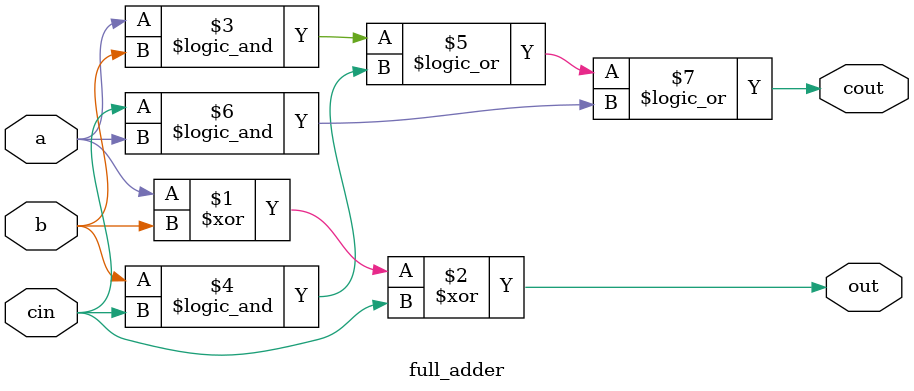
<source format=v>
`timescale 1ns / 1ps


module full_adder(a,b,cin,out,cout );
input a,b,cin;
output out,cout;


 xor g1(out,a,b,cin);
 assign cout= a && b || b && cin || cin && a; 
endmodule

</source>
